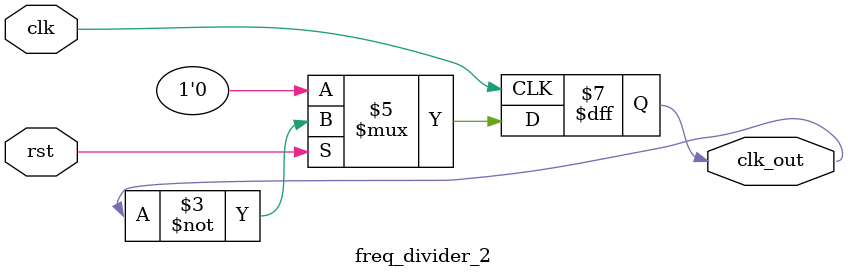
<source format=v>
`timescale 1ns / 1ps


module FIFO(

    );
endmodule
module freq_divider_2(
    input clk,rst,
    output reg clk_out
    );
    always@(posedge clk)
    if(!rst)
    clk_out<=1'b0;
    else
    clk_out<=~clk_out;
endmodule


</source>
